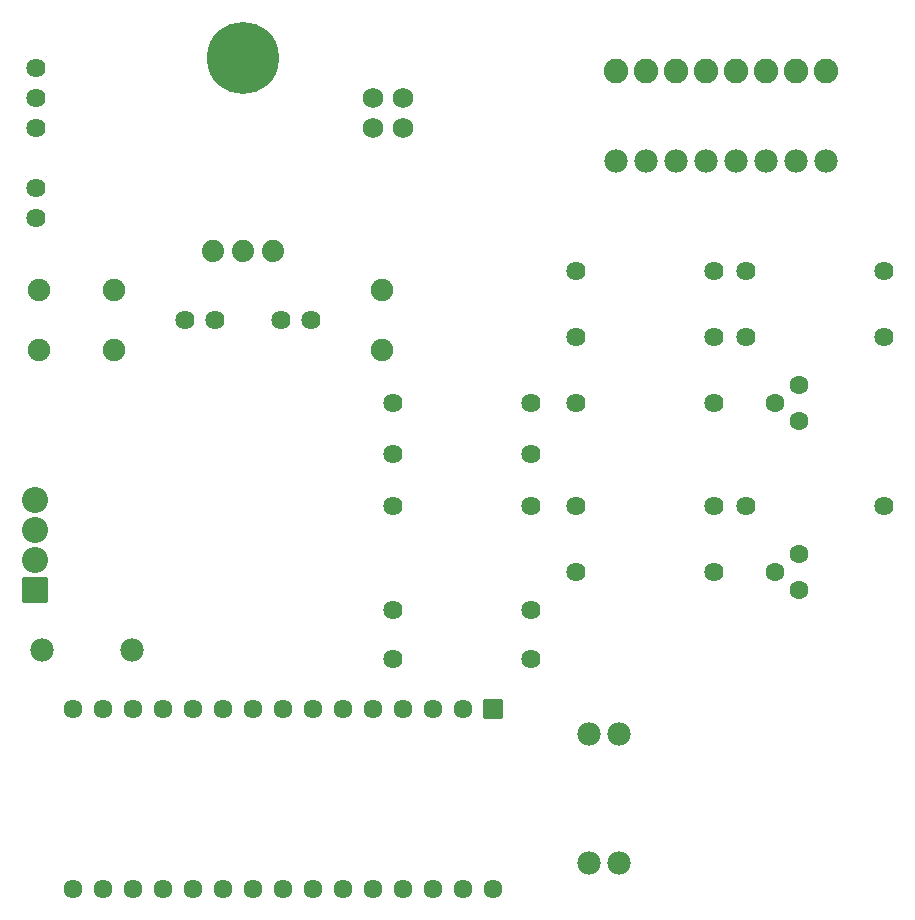
<source format=gts>
G04 Layer: TopSolderMaskLayer*
G04 EasyEDA v6.5.15, 2022-10-09 16:14:37*
G04 0b1594b3c9ed43a1be065a43cbb3c8b9,5f1b69652c614dc78b77d9171f06c583,10*
G04 Gerber Generator version 0.2*
G04 Scale: 100 percent, Rotated: No, Reflected: No *
G04 Dimensions in millimeters *
G04 leading zeros omitted , absolute positions ,4 integer and 5 decimal *
%FSLAX45Y45*%
%MOMM*%

%AMMACRO1*1,1,$1,$2,$3*1,1,$1,$4,$5*1,1,$1,0-$2,0-$3*1,1,$1,0-$4,0-$5*20,1,$1,$2,$3,$4,$5,0*20,1,$1,$4,$5,0-$2,0-$3,0*20,1,$1,0-$2,0-$3,0-$4,0-$5,0*20,1,$1,0-$4,0-$5,$2,$3,0*4,1,4,$2,$3,$4,$5,0-$2,0-$3,0-$4,0-$5,$2,$3,0*%
%ADD10C,1.9016*%
%ADD11C,1.6256*%
%ADD12C,1.9812*%
%ADD13MACRO1,0.1016X-0.754X0.754X0.754X0.754*%
%ADD14C,1.6096*%
%ADD15C,2.0828*%
%ADD16C,1.6032*%
%ADD17MACRO1,0.2032X-1X-1X-1X1*%
%ADD18C,2.2032*%
%ADD19C,1.7272*%
%ADD20C,1.8796*%
%ADD21C,6.1016*%

%LPD*%
D10*
G01*
X4076700Y6464300D03*
G01*
X4076700Y5956300D03*
G01*
X1805457Y5956300D03*
G01*
X1805457Y6464300D03*
G01*
X1168400Y5956300D03*
G01*
X1168400Y6464300D03*
D11*
G01*
X2659557Y6210452D03*
G01*
X2405557Y6210452D03*
G01*
X3222625Y6210147D03*
G01*
X3476625Y6210147D03*
D12*
G01*
X1955800Y3416300D03*
G01*
X1193800Y3416300D03*
G01*
X5829300Y2705100D03*
G01*
X6083300Y2705100D03*
G01*
X5829300Y1612900D03*
G01*
X6083300Y1612900D03*
D13*
G01*
X5016500Y2921000D03*
D14*
G01*
X4762500Y2921000D03*
G01*
X4508500Y2921000D03*
G01*
X4254500Y2921000D03*
G01*
X4000500Y2921000D03*
G01*
X3746500Y2921000D03*
G01*
X3492500Y2921000D03*
G01*
X3238500Y2921000D03*
G01*
X2984500Y2921000D03*
G01*
X2730500Y2921000D03*
G01*
X2476500Y2921000D03*
G01*
X2222500Y2921000D03*
G01*
X5016500Y1397000D03*
G01*
X4762500Y1397000D03*
G01*
X4508500Y1397000D03*
G01*
X4254500Y1397000D03*
G01*
X4000500Y1397000D03*
G01*
X3746500Y1397000D03*
G01*
X3238500Y1397000D03*
G01*
X2984500Y1397000D03*
G01*
X2476500Y1397000D03*
G01*
X2222500Y1397000D03*
G01*
X2730500Y1397000D03*
G01*
X3492500Y1397000D03*
G01*
X1968500Y2921000D03*
G01*
X1714500Y2921000D03*
G01*
X1460500Y2921000D03*
G01*
X1968500Y1397000D03*
G01*
X1714500Y1397000D03*
G01*
X1460500Y1397000D03*
D11*
G01*
X4171950Y3759200D03*
G01*
X5340350Y3759200D03*
G01*
X4171950Y3340100D03*
G01*
X5340350Y3340100D03*
G01*
X4171950Y5511800D03*
G01*
X5340350Y5511800D03*
G01*
X4171950Y5075224D03*
G01*
X5340350Y5075224D03*
G01*
X4171950Y4638675D03*
G01*
X5340350Y4638675D03*
G01*
X5715000Y6070600D03*
G01*
X6883400Y6070600D03*
G01*
X5715000Y5511800D03*
G01*
X6883400Y5511800D03*
G01*
X7156450Y6070600D03*
G01*
X8324850Y6070600D03*
G01*
X5715000Y6629400D03*
G01*
X6883400Y6629400D03*
G01*
X8324850Y6629400D03*
G01*
X7156450Y6629400D03*
G01*
X7156450Y4638675D03*
G01*
X8324850Y4638675D03*
G01*
X5715000Y4076700D03*
G01*
X6883400Y4076700D03*
G01*
X5715000Y4638675D03*
G01*
X6883400Y4638675D03*
D12*
G01*
X6057900Y7556500D03*
G01*
X6311900Y7556500D03*
G01*
X6565900Y7556500D03*
G01*
X6819900Y7556500D03*
G01*
X7073900Y7556500D03*
G01*
X7327900Y7556500D03*
G01*
X7581900Y7556500D03*
G01*
X7835900Y7556500D03*
D15*
G01*
X6565900Y8318500D03*
G01*
X6819900Y8318500D03*
G01*
X7073900Y8318500D03*
G01*
X7327900Y8318500D03*
G01*
X7581900Y8318500D03*
G01*
X7835900Y8318500D03*
G01*
X6311900Y8318500D03*
G01*
X6057900Y8318500D03*
D16*
G01*
X7607300Y5359400D03*
G01*
X7404100Y5511800D03*
G01*
X7607300Y5664200D03*
G01*
X7607300Y3924300D03*
G01*
X7404100Y4076700D03*
G01*
X7607300Y4229100D03*
D17*
G01*
X1135397Y3924300D03*
D18*
G01*
X1135405Y4686300D03*
G01*
X1135405Y4432300D03*
G01*
X1135405Y4178300D03*
D11*
G01*
X1144904Y8342579D03*
G01*
X1144904Y8088579D03*
G01*
X1144904Y7834579D03*
G01*
X1144904Y7326604D03*
G01*
X1144904Y7072604D03*
D19*
G01*
X4000500Y8089900D03*
G01*
X4254500Y8089900D03*
G01*
X4254500Y7835900D03*
G01*
X4000500Y7835900D03*
D20*
G01*
X3149600Y6794220D03*
D21*
G01*
X2895600Y8432520D03*
D20*
G01*
X2895600Y6794220D03*
G01*
X2641600Y6794220D03*
M02*

</source>
